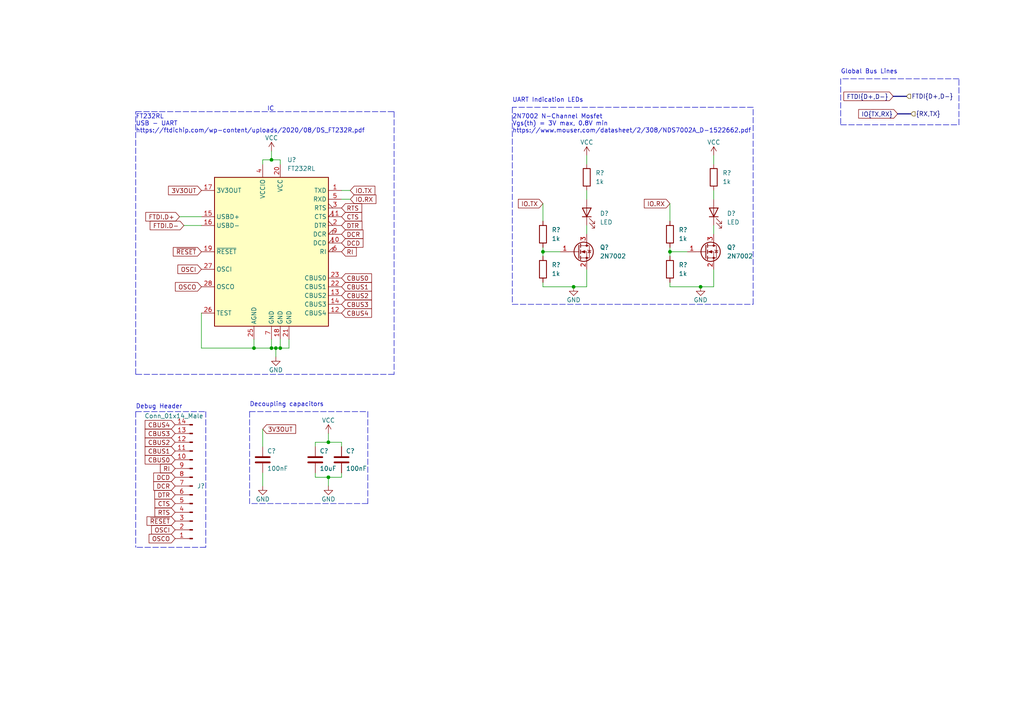
<source format=kicad_sch>
(kicad_sch (version 20211123) (generator eeschema)
  (paper "A4")
  (lib_symbols
    (symbol "Connector:Conn_01x14_Male" (pin_names (offset 1.016) hide)
      (property "Reference" "J" (at 0 17.78 0))
      (property "Value" "Conn_01x14_Male" (at 0 -20.32 0))
      (symbol "Conn_01x14_Male_1_1"
        (polyline (pts (xy 1.27 -17.78) (xy 0.8636 -17.78)) (stroke (width 0.1524)))
        (polyline (pts (xy 1.27 -15.24) (xy 0.8636 -15.24)) (stroke (width 0.1524)))
        (polyline (pts (xy 1.27 -12.7) (xy 0.8636 -12.7)) (stroke (width 0.1524)))
        (polyline (pts (xy 1.27 -10.16) (xy 0.8636 -10.16)) (stroke (width 0.1524)))
        (polyline (pts (xy 1.27 -7.62) (xy 0.8636 -7.62)) (stroke (width 0.1524)))
        (polyline (pts (xy 1.27 -5.08) (xy 0.8636 -5.08)) (stroke (width 0.1524)))
        (polyline (pts (xy 1.27 -2.54) (xy 0.8636 -2.54)) (stroke (width 0.1524)))
        (polyline (pts (xy 1.27 0) (xy 0.8636 0)) (stroke (width 0.1524)))
        (polyline (pts (xy 1.27 2.54) (xy 0.8636 2.54)) (stroke (width 0.1524)))
        (polyline (pts (xy 1.27 5.08) (xy 0.8636 5.08)) (stroke (width 0.1524)))
        (polyline (pts (xy 1.27 7.62) (xy 0.8636 7.62)) (stroke (width 0.1524)))
        (polyline (pts (xy 1.27 10.16) (xy 0.8636 10.16)) (stroke (width 0.1524)))
        (polyline (pts (xy 1.27 12.7) (xy 0.8636 12.7)) (stroke (width 0.1524)))
        (polyline (pts (xy 1.27 15.24) (xy 0.8636 15.24)) (stroke (width 0.1524)))
        (rectangle (start 0.8636 -17.653) (end 0 -17.907) (stroke (width 0.1524)) (fill (type outline)))
        (rectangle (start 0.8636 -15.113) (end 0 -15.367) (stroke (width 0.1524)) (fill (type outline)))
        (rectangle (start 0.8636 -12.573) (end 0 -12.827) (stroke (width 0.1524)) (fill (type outline)))
        (rectangle (start 0.8636 -10.033) (end 0 -10.287) (stroke (width 0.1524)) (fill (type outline)))
        (rectangle (start 0.8636 -7.493) (end 0 -7.747) (stroke (width 0.1524)) (fill (type outline)))
        (rectangle (start 0.8636 -4.953) (end 0 -5.207) (stroke (width 0.1524)) (fill (type outline)))
        (rectangle (start 0.8636 -2.413) (end 0 -2.667) (stroke (width 0.1524)) (fill (type outline)))
        (rectangle (start 0.8636 0.127) (end 0 -0.127) (stroke (width 0.1524)) (fill (type outline)))
        (rectangle (start 0.8636 2.667) (end 0 2.413) (stroke (width 0.1524)) (fill (type outline)))
        (rectangle (start 0.8636 5.207) (end 0 4.953) (stroke (width 0.1524)) (fill (type outline)))
        (rectangle (start 0.8636 7.747) (end 0 7.493) (stroke (width 0.1524)) (fill (type outline)))
        (rectangle (start 0.8636 10.287) (end 0 10.033) (stroke (width 0.1524)) (fill (type outline)))
        (rectangle (start 0.8636 12.827) (end 0 12.573) (stroke (width 0.1524)) (fill (type outline)))
        (rectangle (start 0.8636 15.367) (end 0 15.113) (stroke (width 0.1524)) (fill (type outline)))
        (pin passive line (at 5.08 15.24 180) (length 3.81) (name "Pin_1") (number "1"))
        (pin passive line (at 5.08 -7.62 180) (length 3.81) (name "Pin_10") (number "10"))
        (pin passive line (at 5.08 -10.16 180) (length 3.81) (name "Pin_11") (number "11"))
        (pin passive line (at 5.08 -12.7 180) (length 3.81) (name "Pin_12") (number "12"))
        (pin passive line (at 5.08 -15.24 180) (length 3.81) (name "Pin_13") (number "13"))
        (pin passive line (at 5.08 -17.78 180) (length 3.81) (name "Pin_14") (number "14"))
        (pin passive line (at 5.08 12.7 180) (length 3.81) (name "Pin_2") (number "2"))
        (pin passive line (at 5.08 10.16 180) (length 3.81) (name "Pin_3") (number "3"))
        (pin passive line (at 5.08 7.62 180) (length 3.81) (name "Pin_4") (number "4"))
        (pin passive line (at 5.08 5.08 180) (length 3.81) (name "Pin_5") (number "5"))
        (pin passive line (at 5.08 2.54 180) (length 3.81) (name "Pin_6") (number "6"))
        (pin passive line (at 5.08 0 180) (length 3.81) (name "Pin_7") (number "7"))
        (pin passive line (at 5.08 -2.54 180) (length 3.81) (name "Pin_8") (number "8"))
        (pin passive line (at 5.08 -5.08 180) (length 3.81) (name "Pin_9") (number "9"))
      )
    )
    (symbol "Device:C" (pin_numbers hide) (pin_names (offset 0.254))
      (property "Reference" "C" (at 0.635 2.54 0))
      (property "Value" "C" (at 0.635 -2.54 0))
      (symbol "C_0_1"
        (polyline (pts (xy -2.032 -0.762) (xy 2.032 -0.762)) (stroke (width 0.508)))
        (polyline (pts (xy -2.032 0.762) (xy 2.032 0.762)) (stroke (width 0.508)))
      )
      (symbol "C_1_1"
        (pin passive line (at 0 3.81 270) (length 2.794) (name "~") (number "1"))
        (pin passive line (at 0 -3.81 90) (length 2.794) (name "~") (number "2"))
      )
    )
    (symbol "Device:LED" (pin_numbers hide) (pin_names (offset 1.016) hide)
      (property "Reference" "D" (at 0 2.54 0))
      (property "Value" "LED" (at 0 -2.54 0))
      (symbol "LED_0_1"
        (polyline (pts (xy -1.27 -1.27) (xy -1.27 1.27)) (stroke (width 0.254)))
        (polyline (pts (xy -1.27 0) (xy 1.27 0)))
        (polyline (pts (xy 1.27 -1.27) (xy 1.27 1.27) (xy -1.27 0) (xy 1.27 -1.27)) (stroke (width 0.254)))
        (polyline (pts (xy -3.048 -0.762) (xy -4.572 -2.286) (xy -3.81 -2.286) (xy -4.572 -2.286) (xy -4.572 -1.524)))
        (polyline (pts (xy -1.778 -0.762) (xy -3.302 -2.286) (xy -2.54 -2.286) (xy -3.302 -2.286) (xy -3.302 -1.524)))
      )
      (symbol "LED_1_1"
        (pin passive line (at -3.81 0 0) (length 2.54) (name "K") (number "1"))
        (pin passive line (at 3.81 0 180) (length 2.54) (name "A") (number "2"))
      )
    )
    (symbol "Device:R" (pin_numbers hide) (pin_names (offset 0))
      (property "Reference" "R" (at 2.032 0 90))
      (property "Value" "R" (at 0 0 90))
      (symbol "R_0_1"
        (rectangle (start -1.016 -2.54) (end 1.016 2.54) (stroke (width 0.254)))
      )
      (symbol "R_1_1"
        (pin passive line (at 0 3.81 270) (length 1.27) (name "~") (number "1"))
        (pin passive line (at 0 -3.81 90) (length 1.27) (name "~") (number "2"))
      )
    )
    (symbol "Interface_USB:FT232RL"
      (property "Reference" "U" (at -16.51 22.86 0))
      (property "Value" "FT232RL" (at 10.16 22.86 0))
      (symbol "FT232RL_0_1"
        (rectangle (start -16.51 21.59) (end 16.51 -21.59) (stroke (width 0.254)) (fill (type background)))
      )
      (symbol "FT232RL_1_1"
        (pin output line (at 20.32 17.78 180) (length 3.81) (name "TXD") (number "1"))
        (pin input input_low (at 20.32 2.54 180) (length 3.81) (name "DCD") (number "10"))
        (pin input input_low (at 20.32 10.16 180) (length 3.81) (name "CTS") (number "11"))
        (pin bidirectional line (at 20.32 -17.78 180) (length 3.81) (name "CBUS4") (number "12"))
        (pin bidirectional line (at 20.32 -12.7 180) (length 3.81) (name "CBUS2") (number "13"))
        (pin bidirectional line (at 20.32 -15.24 180) (length 3.81) (name "CBUS3") (number "14"))
        (pin bidirectional line (at -20.32 10.16 0) (length 3.81) (name "USBD+") (number "15"))
        (pin bidirectional line (at -20.32 7.62 0) (length 3.81) (name "USBD-") (number "16"))
        (pin power_out line (at -20.32 17.78 0) (length 3.81) (name "3V3OUT") (number "17"))
        (pin power_in line (at 2.54 -25.4 90) (length 3.81) (name "GND") (number "18"))
        (pin input line (at -20.32 0 0) (length 3.81) (name "~{RESET}") (number "19"))
        (pin output output_low (at 20.32 7.62 180) (length 3.81) (name "DTR") (number "2"))
        (pin power_in line (at 2.54 25.4 270) (length 3.81) (name "VCC") (number "20"))
        (pin power_in line (at 5.08 -25.4 90) (length 3.81) (name "GND") (number "21"))
        (pin bidirectional line (at 20.32 -10.16 180) (length 3.81) (name "CBUS1") (number "22"))
        (pin bidirectional line (at 20.32 -7.62 180) (length 3.81) (name "CBUS0") (number "23"))
        (pin power_in line (at -5.08 -25.4 90) (length 3.81) (name "AGND") (number "25"))
        (pin input line (at -20.32 -17.78 0) (length 3.81) (name "TEST") (number "26"))
        (pin input line (at -20.32 -5.08 0) (length 3.81) (name "OSCI") (number "27"))
        (pin output line (at -20.32 -10.16 0) (length 3.81) (name "OSCO") (number "28"))
        (pin output output_low (at 20.32 12.7 180) (length 3.81) (name "RTS") (number "3"))
        (pin power_in line (at -2.54 25.4 270) (length 3.81) (name "VCCIO") (number "4"))
        (pin input line (at 20.32 15.24 180) (length 3.81) (name "RXD") (number "5"))
        (pin input input_low (at 20.32 0 180) (length 3.81) (name "RI") (number "6"))
        (pin power_in line (at 0 -25.4 90) (length 3.81) (name "GND") (number "7"))
        (pin input input_low (at 20.32 5.08 180) (length 3.81) (name "DCR") (number "9"))
      )
    )
    (symbol "Transistor_FET:2N7002" (pin_names hide)
      (property "Reference" "Q" (at 5.08 1.905 0))
      (property "Value" "2N7002" (at 5.08 0 0))
      (symbol "2N7002_0_1"
        (polyline (pts (xy 0.254 0) (xy -2.54 0)))
        (polyline (pts (xy 0.254 1.905) (xy 0.254 -1.905)) (stroke (width 0.254)))
        (polyline (pts (xy 0.762 -1.27) (xy 0.762 -2.286)) (stroke (width 0.254)))
        (polyline (pts (xy 0.762 0.508) (xy 0.762 -0.508)) (stroke (width 0.254)))
        (polyline (pts (xy 0.762 2.286) (xy 0.762 1.27)) (stroke (width 0.254)))
        (polyline (pts (xy 2.54 2.54) (xy 2.54 1.778)))
        (polyline (pts (xy 2.54 -2.54) (xy 2.54 0) (xy 0.762 0)))
        (polyline (pts (xy 0.762 -1.778) (xy 3.302 -1.778) (xy 3.302 1.778) (xy 0.762 1.778)))
        (polyline (pts (xy 1.016 0) (xy 2.032 0.381) (xy 2.032 -0.381) (xy 1.016 0)) (fill (type outline)))
        (polyline (pts (xy 2.794 0.508) (xy 2.921 0.381) (xy 3.683 0.381) (xy 3.81 0.254)))
        (polyline (pts (xy 3.302 0.381) (xy 2.921 -0.254) (xy 3.683 -0.254) (xy 3.302 0.381)))
        (circle (center 1.651 0) (radius 2.794) (stroke (width 0.254)))
        (circle (center 2.54 -1.778) (radius 0.254) (fill (type outline)))
        (circle (center 2.54 1.778) (radius 0.254) (fill (type outline)))
      )
      (symbol "2N7002_1_1"
        (pin input line (at -5.08 0 0) (length 2.54) (name "G") (number "1"))
        (pin passive line (at 2.54 -5.08 90) (length 2.54) (name "S") (number "2"))
        (pin passive line (at 2.54 5.08 270) (length 2.54) (name "D") (number "3"))
      )
    )
    (symbol "power:GND" (power) (pin_names (offset 0))
      (property "Value" "GND" (at 0 -3.81 0))
      (symbol "GND_0_1"
        (polyline (pts (xy 0 0) (xy 0 -1.27) (xy 1.27 -1.27) (xy 0 -2.54) (xy -1.27 -1.27) (xy 0 -1.27)))
      )
      (symbol "GND_1_1"
        (pin power_in line (at 0 0 270) (length 0) hide (name "GND") (number "1"))
      )
    )
    (symbol "power:VCC" (power) (pin_names (offset 0))
      (property "Value" "VCC" (at 0 3.81 0))
      (symbol "VCC_0_1"
        (polyline (pts (xy -0.762 1.27) (xy 0 2.54)))
        (polyline (pts (xy 0 0) (xy 0 2.54)))
        (polyline (pts (xy 0 2.54) (xy 0.762 1.27)))
      )
      (symbol "VCC_1_1"
        (pin power_in line (at 0 0 90) (length 0) hide (name "VCC") (number "1"))
      )
    )
  )
  (junction (at 157.48 73.025))
  (junction (at 73.66 100.965))
  (junction (at 78.74 100.965))
  (junction (at 166.37 83.185))
  (junction (at 81.28 100.965))
  (junction (at 95.25 138.43))
  (junction (at 78.74 46.355))
  (junction (at 194.31 73.025))
  (junction (at 80.01 100.965))
  (junction (at 203.2 83.185))
  (junction (at 95.25 128.27))
  (wire (pts (xy 76.2 124.46) (xy 76.2 129.54)))
  (polyline (pts (xy 278.13 22.86) (xy 243.84 22.86)))
  (wire (pts (xy 170.18 83.185) (xy 166.37 83.185)))
  (polyline (pts (xy 218.44 31.115) (xy 148.59 31.115)))
  (wire (pts (xy 81.28 100.965) (xy 80.01 100.965)))
  (polyline (pts (xy 106.68 119.38) (xy 106.68 146.05)))
  (wire (pts (xy 58.42 100.965) (xy 73.66 100.965)))
  (wire (pts (xy 170.18 65.405) (xy 170.18 67.945)))
  (polyline (pts (xy 243.84 22.86) (xy 243.84 36.195)))
  (wire (pts (xy 170.18 45.085) (xy 170.18 47.625)))
  (wire (pts (xy 76.2 46.355) (xy 76.2 47.625)))
  (wire (pts (xy 73.66 100.965) (xy 78.74 100.965)))
  (wire (pts (xy 99.06 57.785) (xy 101.6 57.785)))
  (wire (pts (xy 194.31 59.055) (xy 194.31 64.135)))
  (wire (pts (xy 80.01 100.965) (xy 78.74 100.965)))
  (polyline (pts (xy 278.13 36.195) (xy 278.13 22.86)))
  (polyline (pts (xy 59.69 158.75) (xy 39.37 158.75)))
  (wire (pts (xy 157.48 81.915) (xy 157.48 83.185)))
  (wire (pts (xy 58.42 90.805) (xy 58.42 100.965)))
  (wire (pts (xy 207.01 45.085) (xy 207.01 47.625)))
  (wire (pts (xy 207.01 78.105) (xy 207.01 83.185)))
  (wire (pts (xy 157.48 83.185) (xy 166.37 83.185)))
  (wire (pts (xy 52.07 62.865) (xy 58.42 62.865)))
  (wire (pts (xy 95.25 125.73) (xy 95.25 128.27)))
  (wire (pts (xy 207.01 83.185) (xy 203.2 83.185)))
  (polyline (pts (xy 114.3 32.385) (xy 114.3 108.585)))
  (wire (pts (xy 81.28 46.355) (xy 78.74 46.355)))
  (wire (pts (xy 83.82 100.965) (xy 81.28 100.965)))
  (wire (pts (xy 99.06 55.245) (xy 101.6 55.245)))
  (wire (pts (xy 99.06 129.54) (xy 99.06 128.27)))
  (wire (pts (xy 194.31 73.025) (xy 194.31 71.755)))
  (wire (pts (xy 73.66 100.965) (xy 73.66 98.425)))
  (polyline (pts (xy 72.39 119.38) (xy 72.39 146.05)))
  (wire (pts (xy 207.01 55.245) (xy 207.01 57.785)))
  (wire (pts (xy 157.48 59.055) (xy 157.48 64.135)))
  (wire (pts (xy 194.31 83.185) (xy 203.2 83.185)))
  (wire (pts (xy 199.39 73.025) (xy 194.31 73.025)))
  (wire (pts (xy 170.18 55.245) (xy 170.18 57.785)))
  (wire (pts (xy 170.18 78.105) (xy 170.18 83.185)))
  (wire (pts (xy 194.31 73.025) (xy 194.31 74.295)))
  (wire (pts (xy 157.48 73.025) (xy 157.48 71.755)))
  (wire (pts (xy 91.44 128.27) (xy 91.44 129.54)))
  (wire (pts (xy 95.25 138.43) (xy 95.25 140.97)))
  (wire (pts (xy 53.34 65.405) (xy 58.42 65.405)))
  (polyline (pts (xy 106.68 146.05) (xy 72.39 146.05)))
  (polyline (pts (xy 39.37 32.385) (xy 114.3 32.385)))
  (wire (pts (xy 95.25 138.43) (xy 91.44 138.43)))
  (wire (pts (xy 76.2 137.16) (xy 76.2 140.97)))
  (polyline (pts (xy 181.61 88.265) (xy 218.44 88.265)))
  (wire (pts (xy 78.74 43.815) (xy 78.74 46.355)))
  (polyline (pts (xy 243.84 36.195) (xy 278.13 36.195)))
  (wire (pts (xy 157.48 73.025) (xy 157.48 74.295)))
  (polyline (pts (xy 72.39 119.38) (xy 106.68 119.38)))
  (wire (pts (xy 81.28 98.425) (xy 81.28 100.965)))
  (wire (pts (xy 99.06 138.43) (xy 95.25 138.43)))
  (wire (pts (xy 207.01 65.405) (xy 207.01 67.945)))
  (wire (pts (xy 194.31 81.915) (xy 194.31 83.185)))
  (polyline (pts (xy 39.37 119.38) (xy 59.69 119.38)))
  (polyline (pts (xy 59.69 119.38) (xy 59.69 158.75)))
  (bus (pts (xy 259.08 27.94) (xy 262.89 27.94)))
  (wire (pts (xy 78.74 46.355) (xy 76.2 46.355)))
  (polyline (pts (xy 148.59 31.115) (xy 148.59 88.265)))
  (polyline (pts (xy 39.37 108.585) (xy 39.37 32.385)))
  (wire (pts (xy 95.25 128.27) (xy 91.44 128.27)))
  (wire (pts (xy 83.82 98.425) (xy 83.82 100.965)))
  (polyline (pts (xy 114.3 108.585) (xy 39.37 108.585)))
  (wire (pts (xy 91.44 138.43) (xy 91.44 137.16)))
  (bus (pts (xy 260.35 33.02) (xy 264.16 33.02)))
  (wire (pts (xy 80.01 100.965) (xy 80.01 103.505)))
  (wire (pts (xy 162.56 73.025) (xy 157.48 73.025)))
  (wire (pts (xy 99.06 137.16) (xy 99.06 138.43)))
  (polyline (pts (xy 39.37 119.38) (xy 39.37 158.75)))
  (wire (pts (xy 78.74 98.425) (xy 78.74 100.965)))
  (polyline (pts (xy 148.59 88.265) (xy 181.61 88.265)))
  (wire (pts (xy 81.28 47.625) (xy 81.28 46.355)))
  (polyline (pts (xy 218.44 88.265) (xy 218.44 31.115)))
  (wire (pts (xy 99.06 128.27) (xy 95.25 128.27)))
  (text "FT232RL\nUSB - UART\nhttps://ftdichip.com/wp-content/uploads/2020/08/DS_FT232R.pdf" (at 39.37 38.735 0) (effects (font (size 1.27 1.27)) (justify left bottom)))
  (text "2N7002 N-Channel Mosfet\nVgs(th) = 3V max, 0.8V min\nhttps://www.mouser.com/datasheet/2/308/NDS7002A_D-1522662.pdf" (at 148.59 38.735 0) (effects (font (size 1.27 1.27)) (justify left bottom)))
  (text "Debug Header\n" (at 39.37 118.745 0) (effects (font (size 1.27 1.27)) (justify left bottom)))
  (text "IC\n" (at 77.47 32.385 0) (effects (font (size 1.27 1.27)) (justify left bottom)))
  (text "UART Indication LEDs\n" (at 148.59 29.845 0) (effects (font (size 1.27 1.27)) (justify left bottom)))
  (text "Decoupling capacitors\n" (at 72.39 118.11 0) (effects (font (size 1.27 1.27)) (justify left bottom)))
  (text "Global Bus Lines" (at 243.84 21.59 0) (effects (font (size 1.27 1.27)) (justify left bottom)))
  (global_label "RTS" (shape input) (at 50.8 148.59 180) (property "Intersheetrefs" "${INTERSHEET_REFS}" (effects hide)))
  (global_label "FTDI.D+" (shape input) (at 52.07 62.865 180) (property "Intersheetrefs" "${INTERSHEET_REFS}" (effects hide)))
  (global_label "~{RESET}" (shape input) (at 58.42 73.025 180) (property "Intersheetrefs" "${INTERSHEET_REFS}" (effects hide)))
  (global_label "CBUS0" (shape input) (at 50.8 133.35 180) (property "Intersheetrefs" "${INTERSHEET_REFS}" (effects hide)))
  (global_label "IO.TX" (shape input) (at 157.48 59.055 180) (property "Intersheetrefs" "${INTERSHEET_REFS}" (effects hide)))
  (global_label "CBUS4" (shape input) (at 99.06 90.805 0) (property "Intersheetrefs" "${INTERSHEET_REFS}" (effects hide)))
  (global_label "CBUS4" (shape input) (at 50.8 123.19 180) (property "Intersheetrefs" "${INTERSHEET_REFS}" (effects hide)))
  (global_label "IO.TX" (shape input) (at 101.6 55.245 0) (property "Intersheetrefs" "${INTERSHEET_REFS}" (effects hide)))
  (global_label "3V3OUT" (shape input) (at 58.42 55.245 180) (property "Intersheetrefs" "${INTERSHEET_REFS}" (effects hide)))
  (global_label "RTS" (shape input) (at 99.06 60.325 0) (property "Intersheetrefs" "${INTERSHEET_REFS}" (effects hide)))
  (global_label "DCD" (shape input) (at 99.06 70.485 0) (property "Intersheetrefs" "${INTERSHEET_REFS}" (effects hide)))
  (global_label "CBUS2" (shape input) (at 50.8 128.27 180) (property "Intersheetrefs" "${INTERSHEET_REFS}" (effects hide)))
  (global_label "CTS" (shape input) (at 50.8 146.05 180) (property "Intersheetrefs" "${INTERSHEET_REFS}" (effects hide)))
  (global_label "IO.RX" (shape input) (at 101.6 57.785 0) (property "Intersheetrefs" "${INTERSHEET_REFS}" (effects hide)))
  (global_label "IO.RX" (shape input) (at 194.31 59.055 180) (property "Intersheetrefs" "${INTERSHEET_REFS}" (effects hide)))
  (global_label "~{RESET}" (shape input) (at 50.8 151.13 180) (property "Intersheetrefs" "${INTERSHEET_REFS}" (effects hide)))
  (global_label "CBUS2" (shape input) (at 99.06 85.725 0) (property "Intersheetrefs" "${INTERSHEET_REFS}" (effects hide)))
  (global_label "RI" (shape input) (at 50.8 135.89 180) (property "Intersheetrefs" "${INTERSHEET_REFS}" (effects hide)))
  (global_label "FTDI{D+,D-}" (shape input) (at 259.08 27.94 180) (property "Sayfalar Arası Referanslar" "${INTERSHEET_REFS}" (effects hide)))
  (global_label "DTR" (shape input) (at 99.06 65.405 0) (property "Intersheetrefs" "${INTERSHEET_REFS}" (effects hide)))
  (global_label "CBUS1" (shape input) (at 99.06 83.185 0) (property "Intersheetrefs" "${INTERSHEET_REFS}" (effects hide)))
  (global_label "OSCI" (shape input) (at 58.42 78.105 180) (property "Intersheetrefs" "${INTERSHEET_REFS}" (effects hide)))
  (global_label "OSCO" (shape input) (at 58.42 83.185 180) (property "Intersheetrefs" "${INTERSHEET_REFS}" (effects hide)))
  (global_label "DCR" (shape input) (at 50.8 140.97 180) (property "Intersheetrefs" "${INTERSHEET_REFS}" (effects hide)))
  (global_label "CTS" (shape input) (at 99.06 62.865 0) (property "Intersheetrefs" "${INTERSHEET_REFS}" (effects hide)))
  (global_label "OSCO" (shape input) (at 50.8 156.21 180) (property "Intersheetrefs" "${INTERSHEET_REFS}" (effects hide)))
  (global_label "FTDI.D-" (shape input) (at 53.34 65.405 180) (property "Intersheetrefs" "${INTERSHEET_REFS}" (effects hide)))
  (global_label "CBUS0" (shape input) (at 99.06 80.645 0) (property "Intersheetrefs" "${INTERSHEET_REFS}" (effects hide)))
  (global_label "DCR" (shape input) (at 99.06 67.945 0) (property "Intersheetrefs" "${INTERSHEET_REFS}" (effects hide)))
  (global_label "CBUS1" (shape input) (at 50.8 130.81 180) (property "Intersheetrefs" "${INTERSHEET_REFS}" (effects hide)))
  (global_label "OSCI" (shape input) (at 50.8 153.67 180) (property "Intersheetrefs" "${INTERSHEET_REFS}" (effects hide)))
  (global_label "IO{TX,RX}" (shape input) (at 260.35 33.02 180) (property "Intersheetrefs" "${INTERSHEET_REFS}" (effects hide)))
  (global_label "DCD" (shape input) (at 50.8 138.43 180) (property "Intersheetrefs" "${INTERSHEET_REFS}" (effects hide)))
  (global_label "CBUS3" (shape input) (at 99.06 88.265 0) (property "Intersheetrefs" "${INTERSHEET_REFS}" (effects hide)))
  (global_label "CBUS3" (shape input) (at 50.8 125.73 180) (property "Intersheetrefs" "${INTERSHEET_REFS}" (effects hide)))
  (global_label "RI" (shape input) (at 99.06 73.025 0) (property "Intersheetrefs" "${INTERSHEET_REFS}" (effects hide)))
  (global_label "3V3OUT" (shape input) (at 76.2 124.46 0) (property "Intersheet References" "${INTERSHEET_REFS}" (effects hide)))
  (global_label "DTR" (shape input) (at 50.8 143.51 180) (property "Intersheetrefs" "${INTERSHEET_REFS}" (effects hide)))
  (hierarchical_label "FTDI{D+,D-}" (shape input) (at 262.89 27.94 0))
  (hierarchical_label "{RX,TX}" (shape input) (at 264.16 33.02 0))
  (symbol (lib_id "Device:R") (at 157.48 67.945 0) (unit 1)
    (property "Reference" "R?" (at 160.02 66.6749 0) (effects (justify left)))
    (property "Value" "1k" (at 160.02 69.2149 0) (effects (justify left)))
  )
  (symbol (lib_id "Device:R") (at 194.31 78.105 0) (unit 1)
    (property "Reference" "R?" (at 196.85 76.8349 0) (effects (justify left)))
    (property "Value" "1k" (at 196.85 79.3749 0) (effects (justify left)))
  )
  (symbol (lib_id "power:VCC") (at 170.18 45.085 0) (unit 1)
    (property "Reference" "#PWR?" (effects hide))
    (property "Value" "VCC" (at 170.18 41.275 0))
  )
  (symbol (lib_id "Transistor_FET:2N7002") (at 204.47 73.025 0) (unit 1)
    (property "Reference" "Q?" (at 210.82 71.7549 0) (effects (justify left)))
    (property "Value" "2N7002" (at 210.82 74.2949 0) (effects (justify left)))
    (property "Footprint" "Package_TO_SOT_SMD:SOT-23" (effects hide))
    (property "Datasheet" "https://www.onsemi.com/pub/Collateral/NDS7002A-D.PDF" (effects hide))
  )
  (symbol (lib_id "Device:C") (at 99.06 133.35 0) (unit 1)
    (property "Reference" "C?" (at 100.33 130.81 0) (effects (justify left)))
    (property "Value" "100nF" (at 100.33 135.89 0) (effects (justify left)))
  )
  (symbol (lib_id "Device:R") (at 170.18 51.435 0) (unit 1)
    (property "Reference" "R?" (at 172.72 50.1649 0) (effects (justify left)))
    (property "Value" "1k" (at 172.72 52.7049 0) (effects (justify left)))
  )
  (symbol (lib_id "Interface_USB:FT232RL") (at 78.74 73.025 0) (unit 1)
    (property "Reference" "U?" (at 83.2994 46.355 0) (effects (justify left)))
    (property "Value" "FT232RL" (at 83.2994 48.895 0) (effects (justify left)))
    (property "Footprint" "Package_SO:SSOP-28_5.3x10.2mm_P0.65mm" (effects hide))
    (property "Datasheet" "https://www.ftdichip.com/Support/Documents/DataSheets/ICs/DS_FT232R.pdf" (effects hide))
  )
  (symbol (lib_id "Device:C") (at 91.44 133.35 0) (unit 1)
    (property "Reference" "C?" (at 92.71 130.81 0) (effects (justify left)))
    (property "Value" "10uF" (at 92.71 135.89 0) (effects (justify left)))
  )
  (symbol (lib_id "power:GND") (at 76.2 140.97 0) (unit 1)
    (property "Reference" "#PWR?" (effects hide))
    (property "Value" "GND" (at 76.2 144.78 0))
  )
  (symbol (lib_id "Transistor_FET:2N7002") (at 167.64 73.025 0) (unit 1)
    (property "Reference" "Q?" (at 173.99 71.7549 0) (effects (justify left)))
    (property "Value" "2N7002" (at 173.99 74.2949 0) (effects (justify left)))
    (property "Footprint" "Package_TO_SOT_SMD:SOT-23" (effects hide))
    (property "Datasheet" "https://www.onsemi.com/pub/Collateral/NDS7002A-D.PDF" (effects hide))
  )
  (symbol (lib_id "Device:R") (at 207.01 51.435 0) (unit 1)
    (property "Reference" "R?" (at 209.55 50.1649 0) (effects (justify left)))
    (property "Value" "1k" (at 209.55 52.7049 0) (effects (justify left)))
  )
  (symbol (lib_id "power:VCC") (at 207.01 45.085 0) (unit 1)
    (property "Reference" "#PWR?" (effects hide))
    (property "Value" "VCC" (at 207.01 41.275 0))
  )
  (symbol (lib_id "Device:LED") (at 170.18 61.595 90) (unit 1)
    (property "Reference" "D?" (at 173.99 61.9124 90) (effects (justify right)))
    (property "Value" "LED" (at 173.99 64.4524 90) (effects (justify right)))
  )
  (symbol (lib_id "power:VCC") (at 78.74 43.815 0) (unit 1)
    (property "Reference" "#PWR?" (effects hide))
    (property "Value" "VCC" (at 78.74 40.005 0))
  )
  (symbol (lib_id "power:GND") (at 95.25 140.97 0) (unit 1)
    (property "Reference" "#PWR?" (effects hide))
    (property "Value" "GND" (at 95.25 144.78 0))
  )
  (symbol (lib_id "Device:R") (at 157.48 78.105 0) (unit 1)
    (property "Reference" "R?" (at 160.02 76.8349 0) (effects (justify left)))
    (property "Value" "1k" (at 160.02 79.3749 0) (effects (justify left)))
  )
  (symbol (lib_id "Device:LED") (at 207.01 61.595 90) (unit 1)
    (property "Reference" "D?" (at 210.82 61.9124 90) (effects (justify right)))
    (property "Value" "LED" (at 210.82 64.4524 90) (effects (justify right)))
  )
  (symbol (lib_id "Device:R") (at 194.31 67.945 0) (unit 1)
    (property "Reference" "R?" (at 196.85 66.6749 0) (effects (justify left)))
    (property "Value" "1k" (at 196.85 69.2149 0) (effects (justify left)))
  )
  (symbol (lib_id "power:GND") (at 166.37 83.185 0) (unit 1)
    (property "Reference" "#PWR?" (effects hide))
    (property "Value" "GND" (at 166.37 86.995 0))
  )
  (symbol (lib_id "Device:C") (at 76.2 133.35 0) (unit 1)
    (property "Reference" "C?" (at 77.47 130.81 0) (effects (justify left)))
    (property "Value" "100nF" (at 77.47 135.89 0) (effects (justify left)))
  )
  (symbol (lib_id "power:GND") (at 203.2 83.185 0) (unit 1)
    (property "Reference" "#PWR?" (effects hide))
    (property "Value" "GND" (at 203.2 86.995 0))
  )
  (symbol (lib_id "power:GND") (at 80.01 103.505 0) (unit 1)
    (property "Reference" "#PWR?" (effects hide))
    (property "Value" "GND" (at 80.01 107.315 0))
  )
  (symbol (lib_id "Connector:Conn_01x14_Male") (at 55.88 140.97 180) (unit 1)
    (property "Reference" "J?" (at 57.15 140.97 0) (effects (justify right)))
    (property "Value" "Conn_01x14_Male" (at 41.91 120.65 0) (effects (justify right)))
  )
  (symbol (lib_id "power:VCC") (at 95.25 125.73 0) (unit 1)
    (property "Reference" "#PWR?" (effects hide))
    (property "Value" "VCC" (at 95.25 121.92 0))
  )
)
</source>
